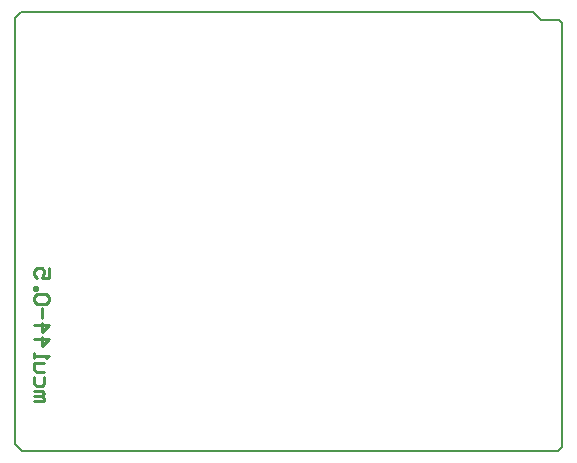
<source format=gbo>
G04*
G04 #@! TF.GenerationSoftware,Altium Limited,Altium Designer,20.2.7 (254)*
G04*
G04 Layer_Color=57008*
%FSLAX25Y25*%
%MOIN*%
G70*
G04*
G04 #@! TF.SameCoordinates,3777F252-AF5A-4096-8F86-E26498AB5466*
G04*
G04*
G04 #@! TF.FilePolarity,Positive*
G04*
G01*
G75*
%ADD11C,0.01000*%
%ADD13C,0.00787*%
D11*
X6905Y17142D02*
X10054D01*
Y17929D01*
X9267Y18716D01*
X6905D01*
X9267D01*
X10054Y19503D01*
X9267Y20290D01*
X6905D01*
X10054Y25013D02*
Y22652D01*
X9267Y21865D01*
X7693D01*
X6905Y22652D01*
Y25013D01*
X10054Y26588D02*
X7693D01*
X6905Y27375D01*
Y29736D01*
X10054D01*
X6905Y31310D02*
Y32885D01*
Y32098D01*
X11628D01*
X10841Y31310D01*
X6905Y37608D02*
X11628D01*
X9267Y35246D01*
Y38395D01*
X6905Y42330D02*
X11628D01*
X9267Y39969D01*
Y43118D01*
Y44692D02*
Y47840D01*
X10841Y49415D02*
X11628Y50202D01*
Y51776D01*
X10841Y52563D01*
X7693D01*
X6905Y51776D01*
Y50202D01*
X7693Y49415D01*
X10841D01*
X6905Y54138D02*
X7693D01*
Y54925D01*
X6905D01*
Y54138D01*
X11628Y61222D02*
Y58073D01*
X9267D01*
X10054Y59648D01*
Y60435D01*
X9267Y61222D01*
X7693D01*
X6905Y60435D01*
Y58860D01*
X7693Y58073D01*
D13*
X2314Y146653D02*
X173130D01*
X175886Y143898D01*
X181890D01*
X394Y2638D02*
X2634Y398D01*
X182773Y143015D02*
X182773Y1746D01*
X394Y144734D02*
X394Y2638D01*
X394Y144734D02*
X2314Y146653D01*
X2634Y398D02*
X181424Y398D01*
X182773Y1746D01*
X181890Y143898D02*
X182773Y143015D01*
M02*

</source>
